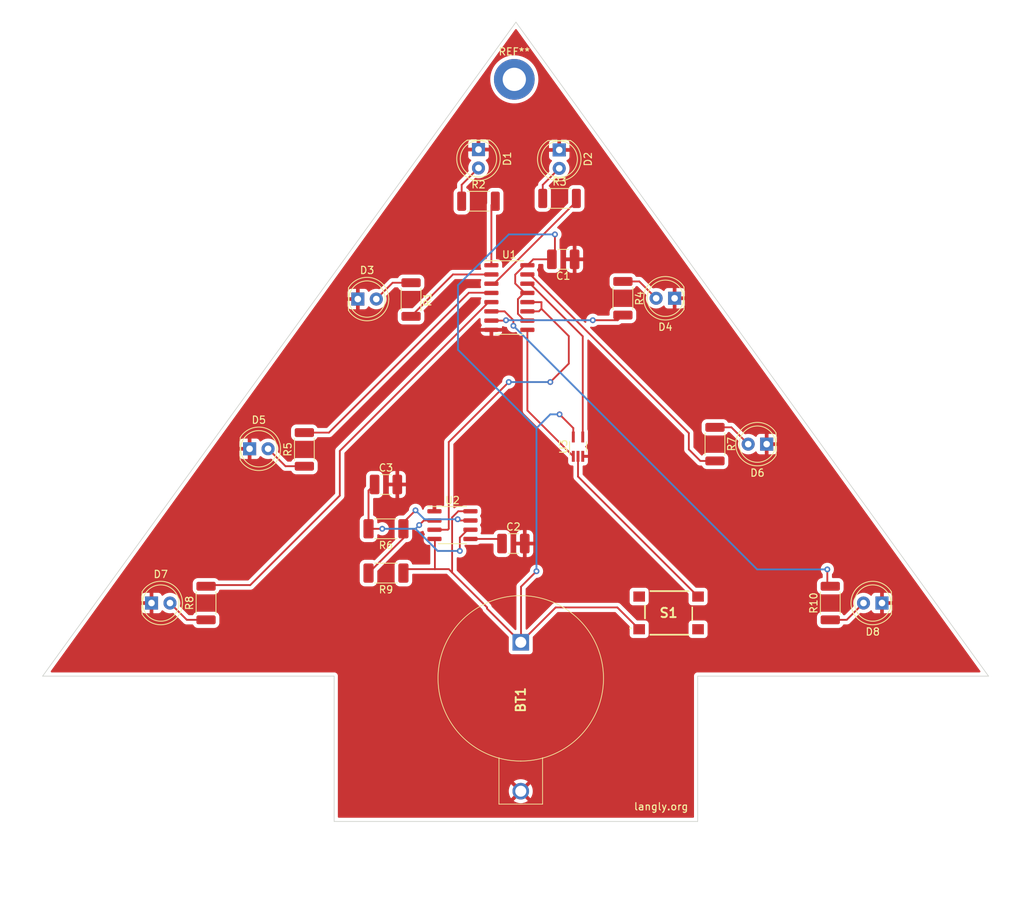
<source format=kicad_pcb>
(kicad_pcb (version 20211014) (generator pcbnew)
  (layers (0 "F.Cu" signal) (31 "B.Cu" signal) (34 "B.Paste" user) (35 "F.Paste" user) (36 "B.SilkS" user "B.Silkscreen") (37 "F.SilkS" user "F.Silkscreen") (38 "B.Mask" user) (39 "F.Mask" user) (44 "Edge.Cuts" user))
  (net 0 "")
  (net 1 "VCC")
  (net 2 "GND")
  (net 3 "Net-(C1-Pad1)")
  (net 4 "Net-(D1-Pad2)")
  (net 5 "Net-(D2-Pad2)")
  (net 6 "Net-(D3-Pad2)")
  (net 7 "Net-(D4-Pad2)")
  (net 8 "Net-(D5-Pad2)")
  (net 9 "Net-(D6-Pad2)")
  (net 10 "Net-(D7-Pad2)")
  (net 11 "Net-(D8-Pad2)")
  (net 12 "LED_A")
  (net 13 "LED_B")
  (net 14 "LED_C")
  (net 15 "LED_D")
  (net 16 "LED_E")
  (net 17 "LED_F")
  (net 18 "LED_G")
  (net 19 "LED_H")
  (net 20 "CLK")
  (net 21 "Net-(U1-Pad14)")
  (net 22 "Net-(U1-Pad9)")
  (net 25 "Net-(U3-Pad2)")
  (net 26 "Net-(U2-Pad2)")
  (net 27 "Net-(U2-Pad7)")
  (footprint "Package_TO_SOT_SMD:SOT-353_SC-70-5_Handsoldering" (layer "F.Cu") (at 167.24 98.622 90)
    (fp_text reference "U3" (at 0 -2 90) (layer "F.SilkS"))
    (fp_text value "74AHC1G32")
    (fp_line (start -0.7 1.16) (end 0.7 1.16) (layer "F.SilkS") (width 0.12))
    (fp_line (start 0.7 -1.16) (end -1.2 -1.16) (layer "F.SilkS") (width 0.12))
    (pad "1" smd rect (at -1.33 -0.65 90) (size 1.5 0.4) (layers "F.Cu" "F.Paste" "F.Mask") (net 22 "Net-(U1-Pad9)"))
    (pad "2" smd rect (at -1.33 0 90) (size 1.5 0.4) (layers "F.Cu" "F.Paste" "F.Mask") (net 25 "Net-(U3-Pad2)"))
    (pad "3" smd rect (at -1.33 0.65 90) (size 1.5 0.4) (layers "F.Cu" "F.Paste" "F.Mask") (net 2 "GND"))
    (pad "4" smd rect (at 1.33 0.65 90) (size 1.5 0.4) (layers "F.Cu" "F.Paste" "F.Mask") (net 21 "Net-(U1-Pad14)"))
    (pad "5" smd rect (at 1.33 -0.65 90) (size 1.5 0.4) (layers "F.Cu" "F.Paste" "F.Mask") (net 1 "VCC"))
  )
  (footprint "LED_THT:LED_D5.0mm_Clear" (layer "F.Cu") (at 180.525 78.2 180)
    (fp_text reference "D4" (at 1.27 -3.96) (layer "F.SilkS"))
    (fp_text value "LED")
    (fp_line (start -1.29 -1.545) (end -1.29 1.545) (layer "F.SilkS") (width 0.12))
    (fp_arc (start -1.29 -1.54483) (mid 2.072002 -2.880433) (end 4.26 0.000462) (layer "F.SilkS") (width 0.12))
    (fp_arc (start 4.26 -0.000462) (mid 2.072002 2.880433) (end -1.29 1.54483) (layer "F.SilkS") (width 0.12))
    (fp_circle (center 1.27 0) (end 3.77 0) (layer "F.SilkS") (width 0.12) (fill none))
    (pad "1" thru_hole rect (at 0 0 180) (size 1.8 1.8) (drill 0.9) (layers *.Cu *.Mask) (net 2 "GND"))
    (pad "2" thru_hole circle (at 2.54 0 180) (size 1.8 1.8) (drill 0.9) (layers *.Cu *.Mask) (net 11 "Net-(D8-Pad2)"))
  )
  (footprint "KiCad:101" (layer "F.Cu") (at 159.366 125.546 -90)
    (fp_text reference "BT1" (at 7.925 0 -90) (layer "F.SilkS") (effects (font (size 1.27 1.27) (thickness 0.254))))
    (fp_text value "Battery_Cell" hide)
    (fp_line (start 15.88 -3) (end 22.27 -3) (layer "F.SilkS") (width 0.1))
    (fp_line (start 22.27 -3) (end 22.27 3) (layer "F.SilkS") (width 0.1))
    (fp_line (start 22.27 3) (end 15.88 3) (layer "F.SilkS") (width 0.1))
    (fp_line (start 16.34 0) (end 16.34 0) (layer "F.SilkS") (width 0.1))
    (fp_line (start -6.42 0) (end -6.42 0) (layer "F.SilkS") (width 0.1))
    (fp_arc (start -6.42 0) (mid 4.96 -11.38) (end 16.34 0) (layer "F.SilkS") (width 0.1))
    (fp_arc (start 16.34 0) (mid 4.96 11.38) (end -6.42 0) (layer "F.SilkS") (width 0.1))
    (pad "1" thru_hole rect locked (at 0 0 270) (size 2.28 2.28) (drill 1.52) (layers *.Cu *.Mask) (net 1 "VCC"))
    (pad "2" thru_hole circle locked (at 20.49 0 270) (size 2.28 2.28) (drill 1.52) (layers *.Cu *.Mask) (net 2 "GND"))
  )
  (footprint "Capacitor_SMD:C_1210_3225Metric_Pad1.33x2.70mm_HandSolder" (layer "F.Cu") (at 140.824 103.829)
    (fp_text reference "C3" (at 0 -2.3) (layer "F.SilkS"))
    (fp_text value "C_Small")
    (fp_line (start -0.711252 -1.36) (end 0.711252 -1.36) (layer "F.SilkS") (width 0.12))
    (fp_line (start -0.711252 1.36) (end 0.711252 1.36) (layer "F.SilkS") (width 0.12))
    (pad "1" smd roundrect (at -1.5625 0) (size 1.325 2.7) (layers "F.Cu" "F.Paste" "F.Mask") (roundrect_rratio 0.1886792453) (net 26 "Net-(U2-Pad2)"))
    (pad "2" smd roundrect (at 1.5625 0) (size 1.325 2.7) (layers "F.Cu" "F.Paste" "F.Mask") (roundrect_rratio 0.1886792453) (net 2 "GND"))
  )
  (footprint "Capacitor_SMD:C_1210_3225Metric_Pad1.33x2.70mm_HandSolder" (layer "F.Cu") (at 158.35 111.957)
    (fp_text reference "C2" (at 0 -2.3) (layer "F.SilkS"))
    (fp_text value "0.1uf")
    (fp_line (start -0.711252 -1.36) (end 0.711252 -1.36) (layer "F.SilkS") (width 0.12))
    (fp_line (start -0.711252 1.36) (end 0.711252 1.36) (layer "F.SilkS") (width 0.12))
    (pad "1" smd roundrect (at -1.5625 0) (size 1.325 2.7) (layers "F.Cu" "F.Paste" "F.Mask") (roundrect_rratio 0.1886792453) (net 3 "Net-(C1-Pad1)"))
    (pad "2" smd roundrect (at 1.5625 0) (size 1.325 2.7) (layers "F.Cu" "F.Paste" "F.Mask") (roundrect_rratio 0.1886792453) (net 2 "GND"))
  )
  (footprint "Resistor_SMD:R_2010_5025Metric" (layer "F.Cu") (at 201.935 120.142 90)
    (fp_text reference "R10" (at 0 -2.28 90) (layer "F.SilkS"))
    (fp_text value "100")
    (fp_line (start -1.527064 1.36) (end 1.527064 1.36) (layer "F.SilkS") (width 0.12))
    (fp_line (start -1.527064 -1.36) (end 1.527064 -1.36) (layer "F.SilkS") (width 0.12))
    (pad "1" smd roundrect (at -2.3125 0 90) (size 1.225 2.65) (layers "F.Cu" "F.Paste" "F.Mask") (roundrect_rratio 0.2040816327) (net 10 "Net-(D7-Pad2)"))
    (pad "2" smd roundrect (at 2.3125 0 90) (size 1.225 2.65) (layers "F.Cu" "F.Paste" "F.Mask") (roundrect_rratio 0.2040816327) (net 18 "LED_G"))
  )
  (footprint "LOGO" (layer "F.Cu") (at 179.051 143.453)
    (fp_text reference "G***" hide)
    (fp_text value "LOGO" hide)
  )
  (footprint "LED_THT:LED_D5.0mm_Clear" (layer "F.Cu") (at 136.955 78.309)
    (fp_text reference "D3" (at 1.27 -3.96) (layer "F.SilkS"))
    (fp_text value "LED")
    (fp_line (start -1.29 -1.545) (end -1.29 1.545) (layer "F.SilkS") (width 0.12))
    (fp_arc (start 4.26 -0.000462) (mid 2.072002 2.880433) (end -1.29 1.54483) (layer "F.SilkS") (width 0.12))
    (fp_arc (start -1.29 -1.54483) (mid 2.072002 -2.880433) (end 4.26 0.000462) (layer "F.SilkS") (width 0.12))
    (fp_circle (center 1.27 0) (end 3.77 0) (layer "F.SilkS") (width 0.12) (fill none))
    (pad "1" thru_hole rect (at 0 0) (size 1.8 1.8) (drill 0.9) (layers *.Cu *.Mask) (net 2 "GND"))
    (pad "2" thru_hole circle (at 2.54 0) (size 1.8 1.8) (drill 0.9) (layers *.Cu *.Mask) (net 6 "Net-(D3-Pad2)"))
  )
  (footprint "LED_THT:LED_D5.0mm_Clear" (layer "F.Cu") (at 108.578 120.142)
    (fp_text reference "D7" (at 1.27 -3.96) (layer "F.SilkS"))
    (fp_text value "LED")
    (fp_line (start -1.29 -1.545) (end -1.29 1.545) (layer "F.SilkS") (width 0.12))
    (fp_arc (start -1.29 -1.54483) (mid 2.072002 -2.880433) (end 4.26 0.000462) (layer "F.SilkS") (width 0.12))
    (fp_arc (start 4.26 -0.000462) (mid 2.072002 2.880433) (end -1.29 1.54483) (layer "F.SilkS") (width 0.12))
    (fp_circle (center 1.27 0) (end 3.77 0) (layer "F.SilkS") (width 0.12) (fill none))
    (pad "1" thru_hole rect (at 0 0) (size 1.8 1.8) (drill 0.9) (layers *.Cu *.Mask) (net 2 "GND"))
    (pad "2" thru_hole circle (at 2.54 0) (size 1.8 1.8) (drill 0.9) (layers *.Cu *.Mask) (net 9 "Net-(D6-Pad2)"))
  )
  (footprint "LED_THT:LED_D5.0mm_Clear" (layer "F.Cu") (at 153.55 57.734 -90)
    (fp_text reference "D1" (at 1.27 -3.96 90) (layer "F.SilkS"))
    (fp_text value "LED")
    (fp_line (start -1.29 -1.545) (end -1.29 1.545) (layer "F.SilkS") (width 0.12))
    (fp_arc (start -1.29 -1.54483) (mid 2.072002 -2.880433) (end 4.26 0.000462) (layer "F.SilkS") (width 0.12))
    (fp_arc (start 4.26 -0.000462) (mid 2.072002 2.880433) (end -1.29 1.54483) (layer "F.SilkS") (width 0.12))
    (fp_circle (center 1.27 0) (end 3.77 0) (layer "F.SilkS") (width 0.12) (fill none))
    (pad "1" thru_hole rect (at 0 0 270) (size 1.8 1.8) (drill 0.9) (layers *.Cu *.Mask) (net 2 "GND"))
    (pad "2" thru_hole circle (at 2.54 0 270) (size 1.8 1.8) (drill 0.9) (layers *.Cu *.Mask) (net 5 "Net-(D2-Pad2)"))
  )
  (footprint "Package_SO:SOIC-16_3.9x9.9mm_P1.27mm" (layer "F.Cu") (at 157.8 78.1)
    (fp_text reference "U1" (at 0 -5.9) (layer "F.SilkS"))
    (fp_text value "SN74HCS594")
    (fp_line (start 0 -5.06) (end -3.45 -5.06) (layer "F.SilkS") (width 0.12))
    (fp_line (start 0 5.06) (end 1.95 5.06) (layer "F.SilkS") (width 0.12))
    (fp_line (start 0 -5.06) (end 1.95 -5.06) (layer "F.SilkS") (width 0.12))
    (fp_line (start 0 5.06) (end -1.95 5.06) (layer "F.SilkS") (width 0.12))
    (pad "1" smd roundrect (at -2.475 -4.445) (size 1.95 0.6) (layers "F.Cu" "F.Paste" "F.Mask") (net 13 "LED_B"))
    (pad "2" smd roundrect (at -2.475 -3.175) (size 1.95 0.6) (layers "F.Cu" "F.Paste" "F.Mask") (net 14 "LED_C"))
    (pad "3" smd roundrect (at -2.475 -1.905) (size 1.95 0.6) (layers "F.Cu" "F.Paste" "F.Mask") (net 15 "LED_D"))
    (pad "4" smd roundrect (at -2.475 -0.635) (size 1.95 0.6) (layers "F.Cu" "F.Paste" "F.Mask") (net 16 "LED_E"))
    (pad "5" smd roundrect (at -2.475 0.635) (size 1.95 0.6) (layers "F.Cu" "F.Paste" "F.Mask") (net 17 "LED_F"))
    (pad "6" smd roundrect (at -2.475 1.905) (size 1.95 0.6) (layers "F.Cu" "F.Paste" "F.Mask") (net 18 "LED_G"))
    (pad "7" smd roundrect (at -2.475 3.175) (size 1.95 0.6) (layers "F.Cu" "F.Paste" "F.Mask") (net 19 "LED_H"))
    (pad "8" smd roundrect (at -2.475 4.445) (size 1.95 0.6) (layers "F.Cu" "F.Paste" "F.Mask") (net 2 "GND"))
    (pad "9" smd roundrect (at 2.475 4.445) (size 1.95 0.6) (layers "F.Cu" "F.Paste" "F.Mask") (net 22 "Net-(U1-Pad9)"))
    (pad "10" smd roundrect (at 2.475 3.175) (size 1.95 0.6) (layers "F.Cu" "F.Paste" "F.Mask") (net 1 "VCC"))
    (pad "11" smd roundrect (at 2.475 1.905) (size 1.95 0.6) (layers "F.Cu" "F.Paste" "F.Mask") (net 20 "CLK"))
    (pad "12" smd roundrect (at 2.475 0.635) (size 1.95 0.6) (layers "F.Cu" "F.Paste" "F.Mask") (net 20 "CLK"))
    (pad "13" smd roundrect (at 2.475 -0.635) (size 1.95 0.6) (layers "F.Cu" "F.Paste" "F.Mask") (net 1 "VCC"))
    (pad "14" smd roundrect (at 2.475 -1.905) (size 1.95 0.6) (layers "F.Cu" "F.Paste" "F.Mask") (net 21 "Net-(U1-Pad14)"))
    (pad "15" smd roundrect (at 2.475 -3.175) (size 1.95 0.6) (layers "F.Cu" "F.Paste" "F.Mask") (net 12 "LED_A"))
    (pad "16" smd roundrect (at 2.475 -4.445) (size 1.95 0.6) (layers "F.Cu" "F.Paste" "F.Mask") (net 1 "VCC"))
  )
  (footprint "Resistor_SMD:R_2010_5025Metric_Pad1.40x2.65mm_HandSolder" (layer "F.Cu") (at 140.824 116.021 180)
    (fp_text reference "R9" (at 0 -2.28) (layer "F.SilkS"))
    (fp_text value "R_US")
    (fp_line (start -1.527064 -1.36) (end 1.527064 -1.36) (layer "F.SilkS") (width 0.12))
    (fp_line (start -1.527064 1.36) (end 1.527064 1.36) (layer "F.SilkS") (width 0.12))
    (pad "1" smd roundrect (at -2.4 0 180) (size 1.4 2.65) (layers "F.Cu" "F.Paste" "F.Mask") (roundrect_rratio 0.1785707143) (net 1 "VCC"))
    (pad "2" smd roundrect (at 2.4 0 180) (size 1.4 2.65) (layers "F.Cu" "F.Paste" "F.Mask") (roundrect_rratio 0.1785707143) (net 27 "Net-(U2-Pad7)"))
  )
  (footprint "Package_SO:SOIC-8_3.9x4.9mm_P1.27mm" (layer "F.Cu") (at 149.968 109.417)
    (fp_text reference "U2" (at 0 -3.4) (layer "F.SilkS"))
    (fp_text value "LM555xM")
    (fp_line (start 0 -2.56) (end -3.45 -2.56) (layer "F.SilkS") (width 0.12))
    (fp_line (start 0 -2.56) (end 1.95 -2.56) (layer "F.SilkS") (width 0.12))
    (fp_line (start 0 2.56) (end -1.95 2.56) (layer "F.SilkS") (width 0.12))
    (fp_line (start 0 2.56) (end 1.95 2.56) (layer "F.SilkS") (width 0.12))
    (pad "1" smd roundrect (at -2.475 -1.905) (size 1.95 0.6) (layers "F.Cu" "F.Paste" "F.Mask") (net 2 "GND"))
    (pad "2" smd roundrect (at -2.475 -0.635) (size 1.95 0.6) (layers "F.Cu" "F.Paste" "F.Mask") (net 26 "Net-(U2-Pad2)"))
    (pad "3" smd roundrect (at -2.475 0.635) (size 1.95 0.6) (layers "F.Cu" "F.Paste" "F.Mask") (net 20 "CLK"))
    (pad "4" smd roundrect (at -2.475 1.905) (size 1.95 0.6) (layers "F.Cu" "F.Paste" "F.Mask") (net 1 "VCC"))
    (pad "5" smd roundrect (at 2.475 1.905) (size 1.95 0.6) (layers "F.Cu" "F.Paste" "F.Mask") (net 3 "Net-(C1-Pad1)"))
    (pad "6" smd roundrect (at 2.475 0.635) (size 1.95 0.6) (layers "F.Cu" "F.Paste" "F.Mask") (net 26 "Net-(U2-Pad2)"))
    (pad "7" smd roundrect (at 2.475 -0.635) (size 1.95 0.6) (layers "F.Cu" "F.Paste" "F.Mask") (net 27 "Net-(U2-Pad7)"))
    (pad "8" smd roundrect (at 2.475 -1.905) (size 1.95 0.6) (layers "F.Cu" "F.Paste" "F.Mask") (net 1 "VCC"))
  )
  (footprint "Capacitor_SMD:C_1210_3225Metric_Pad1.33x2.70mm_HandSolder" (layer "F.Cu") (at 165.208 72.841 180)
    (fp_text reference "C1" (at 0 -2.3) (layer "F.SilkS"))
    (fp_text value "10nf")
    (fp_line (start -0.711252 -1.36) (end 0.711252 -1.36) (layer "F.SilkS") (width 0.12))
    (fp_line (start -0.711252 1.36) (end 0.711252 1.36) (layer "F.SilkS") (width 0.12))
    (pad "1" smd roundrect (at -1.5625 0 180) (size 1.325 2.7) (layers "F.Cu" "F.Paste" "F.Mask") (roundrect_rratio 0.1886792453) (net 2 "GND"))
    (pad "2" smd roundrect (at 1.5625 0 180) (size 1.325 2.7) (layers "F.Cu" "F.Paste" "F.Mask") (roundrect_rratio 0.1886792453) (net 1 "VCC"))
  )
  (footprint "Resistor_SMD:R_2010_5025Metric" (layer "F.Cu") (at 186.075 98.275 -90)
    (fp_text reference "R7" (at 0 -2.28 90) (layer "F.SilkS"))
    (fp_text value "100")
    (fp_line (start -1.527064 -1.36) (end 1.527064 -1.36) (layer "F.SilkS") (width 0.12))
    (fp_line (start -1.527064 1.36) (end 1.527064 1.36) (layer "F.SilkS") (width 0.12))
    (pad "1" smd roundrect (at -2.3125 0 270) (size 1.225 2.65) (layers "F.Cu" "F.Paste" "F.Mask") (roundrect_rratio 0.2040816327) (net 4 "Net-(D1-Pad2)"))
    (pad "2" smd roundrect (at 2.3125 0 270) (size 1.225 2.65) (layers "F.Cu" "F.Paste" "F.Mask") (roundrect_rratio 0.2040816327) (net 12 "LED_A"))
  )
  (footprint "Resistor_SMD:R_2010_5025Metric" (layer "F.Cu") (at 164.7 64.459)
    (fp_text reference "R3" (at 0 -2.28) (layer "F.SilkS"))
    (fp_text value "100")
    (fp_line (start -1.527064 -1.36) (end 1.527064 -1.36) (layer "F.SilkS") (width 0.12))
    (fp_line (start -1.527064 1.36) (end 1.527064 1.36) (layer "F.SilkS") (width 0.12))
    (pad "1" smd roundrect (at -2.3125 0) (size 1.225 2.65) (layers "F.Cu" "F.Paste" "F.Mask") (roundrect_rratio 0.2040816327) (net 7 "Net-(D4-Pad2)"))
    (pad "2" smd roundrect (at 2.3125 0) (size 1.225 2.65) (layers "F.Cu" "F.Paste" "F.Mask") (roundrect_rratio 0.2040816327) (net 15 "LED_D"))
  )
  (footprint "Resistor_SMD:R_2010_5025Metric" (layer "F.Cu") (at 116.078 120.142 90)
    (fp_text reference "R8" (at 0 -2.28 90) (layer "F.SilkS"))
    (fp_text value "100")
    (fp_line (start -1.527064 1.36) (end 1.527064 1.36) (layer "F.SilkS") (width 0.12))
    (fp_line (start -1.527064 -1.36) (end 1.527064 -1.36) (layer "F.SilkS") (width 0.12))
    (pad "1" smd roundrect (at -2.3125 0 90) (size 1.225 2.65) (layers "F.Cu" "F.Paste" "F.Mask") (roundrect_rratio 0.2040816327) (net 9 "Net-(D6-Pad2)"))
    (pad "2" smd roundrect (at 2.3125 0 90) (size 1.225 2.65) (layers "F.Cu" "F.Paste" "F.Mask") (roundrect_rratio 0.2040816327) (net 17 "LED_F"))
  )
  (footprint "LED_THT:LED_D5.0mm_Clear" (layer "F.Cu") (at 193.187 98.275 180)
    (fp_text reference "D6" (at 1.27 -3.96) (layer "F.SilkS"))
    (fp_text value "LED")
    (fp_line (start -1.29 -1.545) (end -1.29 1.545) (layer "F.SilkS") (width 0.12))
    (fp_arc (start -1.29 -1.54483) (mid 2.072002 -2.880433) (end 4.26 0.000462) (layer "F.SilkS") (width 0.12))
    (fp_arc (start 4.26 -0.000462) (mid 2.072002 2.880433) (end -1.29 1.54483) (layer "F.SilkS") (width 0.12))
    (fp_circle (center 1.27 0) (end 3.77 0) (layer "F.SilkS") (width 0.12) (fill none))
    (pad "1" thru_hole rect (at 0 0 180) (size 1.8 1.8) (drill 0.9) (layers *.Cu *.Mask) (net 2 "GND"))
    (pad "2" thru_hole circle (at 2.54 0 180) (size 1.8 1.8) (drill 0.9) (layers *.Cu *.Mask) (net 4 "Net-(D1-Pad2)"))
  )
  (footprint "Resistor_SMD:R_2010_5025Metric" (layer "F.Cu") (at 129.6 99 90)
    (fp_text reference "R5" (at 0 -2.28 90) (layer "F.SilkS"))
    (fp_text value "100")
    (fp_line (start -1.527064 -1.36) (end 1.527064 -1.36) (layer "F.SilkS") (width 0.12))
    (fp_line (start -1.527064 1.36) (end 1.527064 1.36) (layer "F.SilkS") (width 0.12))
    (pad "1" smd roundrect (at -2.3125 0 90) (size 1.225 2.65) (layers "F.Cu" "F.Paste" "F.Mask") (roundrect_rratio 0.2040816327) (net 8 "Net-(D5-Pad2)"))
    (pad "2" smd roundrect (at 2.3125 0 90) (size 1.225 2.65) (layers "F.Cu" "F.Paste" "F.Mask") (roundrect_rratio 0.2040816327) (net 16 "LED_E"))
  )
  (footprint "MountingHole:MountingHole_3.2mm_M3_DIN965_Pad" (layer "F.Cu") (at 158.477 48.076)
    (fp_text reference "REF**" (at 0 -3.8) (layer "F.SilkS"))
    (fp_text value "MountingHole_3.2mm_M3_DIN965_Pad")
    (pad "1" thru_hole circle (at 0 0) (size 5.6 5.6) (drill 3.2) (layers *.Cu *.Mask))
  )
  (footprint "Resistor_SMD:R_2010_5025Metric" (layer "F.Cu") (at 144.275 78.375 -90)
    (fp_text reference "R1" (at 0 -2.28 90) (layer "F.SilkS"))
    (fp_text value "100")
    (fp_line (start -1.527064 -1.36) (end 1.527064 -1.36) (layer "F.SilkS") (width 0.12))
    (fp_line (start -1.527064 1.36) (end 1.527064 1.36) (layer "F.SilkS") (width 0.12))
    (pad "1" smd roundrect (at -2.3125 0 270) (size 1.225 2.65) (layers "F.Cu" "F.Paste" "F.Mask") (roundrect_rratio 0.2040816327) (net 6 "Net-(D3-Pad2)"))
    (pad "2" smd roundrect (at 2.3125 0 270) (size 1.225 2.65) (layers "F.Cu" "F.Paste" "F.Mask") (roundrect_rratio 0.2040816327) (net 14 "LED_C"))
  )
  (footprint "Switch:EVPBT4A4A000" (layer "F.Cu") (at 179.7 121.5)
    (fp_text reference "S1" (at 0 0) (layer "F.SilkS") (effects (font (size 1.27 1.27) (thickness 0.254))))
    (fp_text value "EVP-BT4A4A000" hide)
    (fp_line (start 3.25 -0.75) (end 3.25 1) (layer "F.SilkS") (width 0.2))
    (fp_line (start -2.5 -3) (end -2.5 -3) (layer "F.SilkS") (width 0.2))
    (fp_line (start 2.75 -3) (end 2.75 -3) (layer "F.SilkS") (width 0.2))
    (fp_line (start 2.75 -3) (end -2.5 -3) (layer "F.SilkS") (width 0.2))
    (fp_line (start -2.5 3) (end 2.75 3) (layer "F.SilkS") (width 0.2))
    (fp_line (start -3.25 0.75) (end -3.25 -1) (layer "F.SilkS") (width 0.2))
    (fp_line (start -3.25 -1) (end -3.25 -1) (layer "F.SilkS") (width 0.2))
    (fp_line (start -3.25 0.75) (end -3.25 0.75) (layer "F.SilkS") (width 0.2))
    (fp_line (start 3.25 1) (end 3.25 -0.75) (layer "F.SilkS") (width 0.2))
    (fp_line (start -2.5 -3) (end 2.75 -3) (layer "F.SilkS") (width 0.2))
    (fp_line (start 2.75 3) (end -2.5 3) (layer "F.SilkS") (width 0.2))
    (fp_line (start -5.3 2.1) (end -5.3 2.1) (layer "F.SilkS") (width 0.2))
    (fp_line (start -2.5 3) (end -2.5 3) (layer "F.SilkS") (width 0.2))
    (fp_line (start 2.75 3) (end 2.75 3) (layer "F.SilkS") (width 0.2))
    (fp_line (start 3.25 1) (end 3.25 1) (layer "F.SilkS") (width 0.2))
    (fp_line (start -5.2 2.1) (end -5.2 2.1) (layer "F.SilkS") (width 0.2))
    (fp_line (start 3.25 -0.75) (end 3.25 -0.75) (layer "F.SilkS") (width 0.2))
    (fp_line (start -3.25 -1) (end -3.25 0.75) (layer "F.SilkS") (width 0.2))
    (fp_line (start -5.3 2.1) (end -5.3 2.1) (layer "F.SilkS") (width 0.2))
    (fp_arc (start -5.2 2.1) (mid -5.25 2.15) (end -5.3 2.1) (layer "F.SilkS") (width 0.2))
    (fp_arc (start -5.3 2.1) (mid -5.25 2.05) (end -5.2 2.1) (layer "F.SilkS") (width 0.2))
    (fp_arc (start -5.2 2.1) (mid -5.25 2.15) (end -5.3 2.1) (layer "F.SilkS") (width 0.2))
    (pad "A1" smd rect locked (at -4.05 2.25 90) (size 1.4 1.6) (layers "F.Cu" "F.Paste" "F.Mask") (net 1 "VCC"))
    (pad "A2" smd rect locked (at 4.05 2.25 90) (size 1.4 1.6) (layers "F.Cu" "F.Paste" "F.Mask"))
    (pad "B1" smd rect locked (at -4.05 -2.25 90) (size 1.4 1.6) (layers "F.Cu" "F.Paste" "F.Mask"))
    (pad "B2" smd rect locked (at 4.05 -2.25 90) (size 1.4 1.6) (layers "F.Cu" "F.Paste" "F.Mask") (net 25 "Net-(U3-Pad2)"))
  )
  (footprint "Resistor_SMD:R_2010_5025Metric" (layer "F.Cu") (at 173.413 78.2 -90)
    (fp_text reference "R4" (at 0 -2.28 90) (layer "F.SilkS"))
    (fp_text value "100")
    (fp_line (start -1.527064 -1.36) (end 1.527064 -1.36) (layer "F.SilkS") (width 0.12))
    (fp_line (start -1.527064 1.36) (end 1.527064 1.36) (layer "F.SilkS") (width 0.12))
    (pad "1" smd roundrect (at -2.3125 0 270) (size 1.225 2.65) (layers "F.Cu" "F.Paste" "F.Mask") (roundrect_rratio 0.2040816327) (net 11 "Net-(D8-Pad2)"))
    (pad "2" smd roundrect (at 2.3125 0 270) (size 1.225 2.65) (layers "F.Cu" "F.Paste" "F.Mask") (roundrect_rratio 0.2040816327) (net 19 "LED_H"))
  )
  (footprint "Resistor_SMD:R_2010_5025Metric" (layer "F.Cu") (at 153.55 64.846)
    (fp_text reference "R2" (at 0 -2.28) (layer "F.SilkS"))
    (fp_text value "100")
    (fp_line (start -1.527064 -1.36) (end 1.527064 -1.36) (layer "F.SilkS") (width 0.12))
    (fp_line (start -1.527064 1.36) (end 1.527064 1.36) (layer "F.SilkS") (width 0.12))
    (pad "1" smd roundrect (at -2.3125 0) (size 1.225 2.65) (layers "F.Cu" "F.Paste" "F.Mask") (roundrect_rratio 0.2040816327) (net 5 "Net-(D2-Pad2)"))
    (pad "2" smd roundrect (at 2.3125 0) (size 1.225 2.65) (layers "F.Cu" "F.Paste" "F.Mask") (roundrect_rratio 0.2040816327) (net 13 "LED_B"))
  )
  (footprint "Resistor_SMD:R_2010_5025Metric_Pad1.40x2.65mm_HandSolder" (layer "F.Cu") (at 140.824 109.925 180)
    (fp_text reference "R6" (at 0 -2.28) (layer "F.SilkS"))
    (fp_text value "R_US")
    (fp_line (start -1.527064 -1.36) (end 1.527064 -1.36) (layer "F.SilkS") (width 0.12))
    (fp_line (start -1.527064 1.36) (end 1.527064 1.36) (layer "F.SilkS") (width 0.12))
    (pad "1" smd roundrect (at -2.4 0 180) (size 1.4 2.65) (layers "F.Cu" "F.Paste" "F.Mask") (roundrect_rratio 0.1785707143) (net 27 "Net-(U2-Pad7)"))
    (pad "2" smd roundrect (at 2.4 0 180) (size 1.4 2.65) (layers "F.Cu" "F.Paste" "F.Mask") (roundrect_rratio 0.1785707143) (net 26 "Net-(U2-Pad2)"))
  )
  (footprint "LED_THT:LED_D5.0mm_Clear" (layer "F.Cu") (at 209.047 120.142 180)
    (fp_text reference "D8" (at 1.27 -3.96) (layer "F.SilkS"))
    (fp_text value "LED")
    (fp_line (start -1.29 -1.545) (end -1.29 1.545) (layer "F.SilkS") (width 0.12))
    (fp_arc (start -1.29 -1.54483) (mid 2.072002 -2.880433) (end 4.26 0.000462) (layer "F.SilkS") (width 0.12))
    (fp_arc (start 4.26 -0.000462) (mid 2.072002 2.880433) (end -1.29 1.54483) (layer "F.SilkS") (width 0.12))
    (fp_circle (center 1.27 0) (end 3.77 0) (layer "F.SilkS") (width 0.12) (fill none))
    (pad "1" thru_hole rect (at 0 0 180) (size 1.8 1.8) (drill 0.9) (layers *.Cu *.Mask) (net 2 "GND"))
    (pad "2" thru_hole circle (at 2.54 0 180) (size 1.8 1.8) (drill 0.9) (layers *.Cu *.Mask) (net 10 "Net-(D7-Pad2)"))
  )
  (footprint "LED_THT:LED_D5.0mm_Clear" (layer "F.Cu") (at 164.658 57.786 -90)
    (fp_text reference "D2" (at 1.27 -3.96 -270) (layer "F.SilkS"))
    (fp_text value "LED")
    (fp_line (start -1.29 -1.545) (end -1.29 1.545) (layer "F.SilkS") (width 0.12))
    (fp_arc (start -1.29 -1.54483) (mid 2.072002 -2.880433) (end 4.26 0.000462) (layer "F.SilkS") (width 0.12))
    (fp_arc (start 4.26 -0.000462) (mid 2.072002 2.880433) (end -1.29 1.54483) (layer "F.SilkS") (width 0.12))
    (fp_circle (center 1.27 0) (end 3.77 0) (layer "F.SilkS") (width 0.12) (fill none))
    (pad "1" thru_hole rect (at 0 0 270) (size 1.8 1.8) (drill 0.9) (layers *.Cu *.Mask) (net 2 "GND"))
    (pad "2" thru_hole circle (at 2.54 0 270) (size 1.8 1.8) (drill 0.9) (layers *.Cu *.Mask) (net 7 "Net-(D4-Pad2)"))
  )
  (footprint "LED_THT:LED_D5.0mm_Clear" (layer "F.Cu") (at 122.068 98.916)
    (fp_text reference "D5" (at 1.27 -3.96) (layer "F.SilkS"))
    (fp_text value "LED")
    (fp_line (start -1.29 -1.545) (end -1.29 1.545) (layer "F.SilkS") (width 0.12))
    (fp_arc (start -1.29 -1.54483) (mid 2.072002 -2.880433) (end 4.26 0.000462) (layer "F.SilkS") (width 0.12))
    (fp_arc (start 4.26 -0.000462) (mid 2.072002 2.880433) (end -1.29 1.54483) (layer "F.SilkS") (width 0.12))
    (fp_circle (center 1.27 0) (end 3.77 0) (layer "F.SilkS") (width 0.12) (fill none))
    (pad "1" thru_hole rect (at 0 0) (size 1.8 1.8) (drill 0.9) (layers *.Cu *.Mask) (net 2 "GND"))
    (pad "2" thru_hole circle (at 2.54 0) (size 1.8 1.8) (drill 0.9) (layers *.Cu *.Mask) (net 8 "Net-(D5-Pad2)"))
  )
  (gr_line (start 133.7 150.2) (end 133.7 130.2) (layer "Edge.Cuts") (width 0.1))
  (gr_line (start 133.7 130.2) (end 93.6 130.2) (layer "Edge.Cuts") (width 0.1))
  (gr_line (start 183.7 150.2) (end 183.7 130.2) (layer "Edge.Cuts") (width 0.1))
  (gr_line (start 183.7 130.2) (end 223.7 130.2) (layer "Edge.Cuts") (width 0.1))
  (gr_line (start 158.7 150.2) (end 183.7 150.2) (layer "Edge.Cuts") (width 0.1))
  (gr_line (start 93.6 130.2) (end 158.7 40.2) (layer "Edge.Cuts") (width 0.1))
  (gr_line (start 158.7 150.2) (end 133.7 150.2) (layer "Edge.Cuts") (width 0.1))
  (gr_line (start 158.7 40.2) (end 223.7 130.2) (layer "Edge.Cuts") (width 0.1))
  (gr_text "langly.org" (at 178.67 148.152) (layer "F.SilkS") (effects (font (size 1 1))))
  (segment (start 147.555 115.4745) (end 147.555 111.384) (width 0.25) (layer "F.Cu") (net 1))
  (segment (start 147.555 115.4745) (end 143.7705 115.4745) (width 0.25) (layer "F.Cu") (net 1))
  (segment (start 143.7705 115.4745) (end 143.224 116.021) (width 0.25) (layer "F.Cu") (net 1))
  (segment (start 149.46 115.4745) (end 147.555 115.4745) (width 0.25) (layer "F.Cu") (net 1))
  (segment (start 164.164416 120.747584) (end 172.647584 120.747584) (width 0.25) (layer "F.Cu") (net 1))
  (segment (start 150.7685 107.512) (end 152.443 107.512) (width 0.25) (layer "F.Cu") (net 1))
  (segment (start 158.97548 78.31152) (end 159.822 77.465) (width 0.25) (layer "F.Cu") (net 1))
  (segment (start 163.6455 72.841) (end 161.089 72.841) (width 0.25) (layer "F.Cu") (net 1))
  (segment (start 164.7 94.177) (end 166.59 96.067) (width 0.25) (layer "F.Cu") (net 1))
  (segment (start 158.97548 80.351552) (end 158.97548 78.31152) (width 0.25) (layer "F.Cu") (net 1))
  (segment (start 160.275 81.275) (end 160.275 81.457) (width 0.25) (layer "F.Cu") (net 1))
  (segment (start 159.822 77.465) (end 160.275 77.465) (width 0.25) (layer "F.Cu") (net 1))
  (segment (start 149.92375 115.93825) (end 149.46 115.4745) (width 0.25) (layer "F.Cu") (net 1))
  (segment (start 154.733084 120.913084) (end 154.733084 120.747584) (width 0.25) (layer "F.Cu") (net 1))
  (segment (start 158.604 74.949928) (end 158.604 76.170072) (width 0.25) (layer "F.Cu") (net 1))
  (segment (start 149.92375 108.35675) (end 150.7685 107.512) (width 0.25) (layer "F.Cu") (net 1))
  (segment (start 159.4 117.892) (end 161.525 115.767) (width 0.25) (layer "F.Cu") (net 1))
  (segment (start 154.733084 120.747584) (end 149.92375 115.93825) (width 0.25) (layer "F.Cu") (net 1))
  (segment (start 159.898928 73.655) (end 158.604 74.949928) (width 0.25) (layer "F.Cu") (net 1))
  (segment (start 149.92375 115.93825) (end 149.92375 108.35675) (width 0.25) (layer "F.Cu") (net 1))
  (segment (start 159.366 125.546) (end 154.733084 120.913084) (width 0.25) (layer "F.Cu") (net 1))
  (segment (start 158.604 76.170072) (end 159.898928 77.465) (width 0.25) (layer "F.Cu") (net 1))
  (segment (start 160.275 81.457) (end 160.080928 81.457) (width 0.25) (layer "F.Cu") (net 1))
  (segment (start 160.080928 81.457) (end 158.97548 80.351552) (width 0.25) (layer "F.Cu") (net 1))
  (segment (start 159.4 125.512) (end 159.4 117.892) (width 0.25) (layer "F.Cu") (net 1))
  (segment (start 159.366 125.546) (end 159.4 125.512) (width 0.25) (layer "F.Cu") (net 1))
  (segment (start 166.59 96.067) (end 166.59 97.292) (width 0.25) (layer "F.Cu") (net 1))
  (segment (start 160.275 73.655) (end 159.898928 73.655) (width 0.25) (layer "F.Cu") (net 1))
  (segment (start 159.898928 77.465) (end 160.275 77.465) (width 0.25) (layer "F.Cu") (net 1))
  (segment (start 172.647584 120.747584) (end 175.65 123.75) (width 0.25) (layer "F.Cu") (net 1))
  (segment (start 161.089 72.841) (end 160.275 73.655) (width 0.25) (layer "F.Cu") (net 1))
  (segment (start 164.065 69.412) (end 164.065 72.4215) (width 0.25) (layer "F.Cu") (net 1))
  (segment (start 164.065 72.4215) (end 163.6455 72.841) (width 0.25) (layer "F.Cu") (net 1))
  (segment (start 159.366 125.546) (end 164.164416 120.747584) (width 0.25) (layer "F.Cu") (net 1))
  (segment (start 147.555 111.384) (end 147.493 111.322) (width 0.25) (layer "F.Cu") (net 1))
  (via (at 164.065 69.412) (size 0.8) (drill 0.4) (layers "F.Cu" "B.Cu") (net 1))
  (via (at 164.7 94.177) (size 0.8) (drill 0.4) (layers "F.Cu" "B.Cu") (net 1))
  (via (at 161.525 115.767) (size 0.8) (drill 0.4) (layers "F.Cu" "B.Cu") (net 1))
  (segment (start 161.525 96.082) (end 163.43 94.177) (width 0.25) (layer "B.Cu") (net 1))
  (segment (start 150.73 76.397) (end 157.715 69.412) (width 0.25) (layer "B.Cu") (net 1))
  (segment (start 163.43 94.177) (end 164.7 94.177) (width 0.25) (layer "B.Cu") (net 1))
  (segment (start 150.73 85.287) (end 150.73 76.397) (width 0.25) (layer "B.Cu") (net 1))
  (segment (start 157.715 69.412) (end 164.065 69.412) (width 0.25) (layer "B.Cu") (net 1))
  (segment (start 161.525 115.767) (end 161.525 96.082) (width 0.25) (layer "B.Cu") (net 1))
  (segment (start 161.525 96.082) (end 150.73 85.287) (width 0.25) (layer "B.Cu") (net 1))
  (segment (start 152.443 111.322) (end 156.1525 111.322) (width 0.25) (layer "F.Cu") (net 3))
  (segment (start 156.1525 111.322) (end 156.7875 111.957) (width 0.25) (layer "F.Cu") (net 3))
  (segment (start 188.3345 95.9625) (end 190.647 98.275) (width 0.25) (layer "F.Cu") (net 4))
  (segment (start 186.075 95.9625) (end 188.3345 95.9625) (width 0.25) (layer "F.Cu") (net 4))
  (segment (start 151.2375 64.846) (end 151.2375 62.5865) (width 0.25) (layer "F.Cu") (net 5))
  (segment (start 151.2375 62.5865) (end 153.55 60.274) (width 0.25) (layer "F.Cu") (net 5))
  (segment (start 144.275 76.0625) (end 141.7415 76.0625) (width 0.25) (layer "F.Cu") (net 6))
  (segment (start 141.7415 76.0625) (end 139.495 78.309) (width 0.25) (layer "F.Cu") (net 6))
  (segment (start 162.3875 62.5965) (end 164.658 60.326) (width 0.25) (layer "F.Cu") (net 7))
  (segment (start 162.3875 64.459) (end 162.3875 62.5965) (width 0.25) (layer "F.Cu") (net 7))
  (segment (start 129.6 101.3125) (end 127.0045 101.3125) (width 0.25) (layer "F.Cu") (net 8))
  (segment (start 127.0045 101.3125) (end 124.608 98.916) (width 0.25) (layer "F.Cu") (net 8))
  (segment (start 116.078 122.4545) (end 113.4305 122.4545) (width 0.25) (layer "F.Cu") (net 9))
  (segment (start 113.4305 122.4545) (end 111.118 120.142) (width 0.25) (layer "F.Cu") (net 9))
  (segment (start 204.1945 122.4545) (end 206.507 120.142) (width 0.25) (layer "F.Cu") (net 10))
  (segment (start 201.935 122.4545) (end 204.1945 122.4545) (width 0.25) (layer "F.Cu") (net 10))
  (segment (start 173.413 75.8875) (end 175.6725 75.8875) (width 0.25) (layer "F.Cu") (net 11))
  (segment (start 175.6725 75.8875) (end 177.985 78.2) (width 0.25) (layer "F.Cu") (net 11))
  (segment (start 182.48 99.003) (end 184.0645 100.5875) (width 0.25) (layer "F.Cu") (net 12))
  (segment (start 160.651072 74.925) (end 182.48 96.753928) (width 0.25) (layer "F.Cu") (net 12))
  (segment (start 184.0645 100.5875) (end 186.075 100.5875) (width 0.25) (layer "F.Cu") (net 12))
  (segment (start 182.48 96.753928) (end 182.48 99.003) (width 0.25) (layer "F.Cu") (net 12))
  (segment (start 160.275 74.925) (end 160.651072 74.925) (width 0.25) (layer "F.Cu") (net 12))
  (segment (start 155.325 65.3835) (end 155.8625 64.846) (width 0.25) (layer "F.Cu") (net 13))
  (segment (start 155.325 73.655) (end 155.325 65.3835) (width 0.25) (layer "F.Cu") (net 13))
  (segment (start 150.0375 74.925) (end 144.275 80.6875) (width 0.25) (layer "F.Cu") (net 14))
  (segment (start 155.325 74.925) (end 150.0375 74.925) (width 0.25) (layer "F.Cu") (net 14))
  (segment (start 155.325 76.195) (end 155.701072 76.195) (width 0.25) (layer "F.Cu") (net 15))
  (segment (start 167.0125 64.883572) (end 167.0125 64.459) (width 0.25) (layer "F.Cu") (net 15))
  (segment (start 155.701072 76.195) (end 167.0125 64.883572) (width 0.25) (layer "F.Cu") (net 15))
  (segment (start 155.325 77.465) (end 155.325 77.436) (width 0.25) (layer "F.Cu") (net 16))
  (segment (start 132.9795 96.6875) (end 129.6 96.6875) (width 0.25) (layer "F.Cu") (net 16))
  (segment (start 152.231 77.436) (end 132.9795 96.6875) (width 0.25) (layer "F.Cu") (net 16))
  (segment (start 155.325 77.436) (end 152.231 77.436) (width 0.25) (layer "F.Cu") (net 16))
  (segment (start 116.078 117.605928) (end 116.078 117.8295) (width 0.25) (layer "F.Cu") (net 17))
  (segment (start 134.474 99.209928) (end 134.474 105.353) (width 0.25) (layer "F.Cu") (net 17))
  (segment (start 122.155 117.672) (end 116.2355 117.672) (width 0.25) (layer "F.Cu") (net 17))
  (segment (start 134.474 105.353) (end 122.155 117.672) (width 0.25) (layer "F.Cu") (net 17))
  (segment (start 116.2355 117.672) (end 116.078 117.8295) (width 0.25) (layer "F.Cu") (net 17))
  (segment (start 155.325 78.735) (end 154.948928 78.735) (width 0.25) (layer "F.Cu") (net 17))
  (segment (start 154.948928 78.735) (end 134.474 99.209928) (width 0.25) (layer "F.Cu") (net 17))
  (segment (start 155.325 80.005) (end 157.140614 80.005) (width 0.25) (layer "F.Cu") (net 18))
  (segment (start 201.53 115.513) (end 201.53 117.4245) (width 0.25) (layer "F.Cu") (net 18))
  (segment (start 157.140614 80.005) (end 158.35 81.214386) (width 0.25) (layer "F.Cu") (net 18))
  (segment (start 158.35 81.214386) (end 158.35 81.985) (width 0.25) (layer "F.Cu") (net 18))
  (segment (start 201.53 117.4245) (end 201.935 117.8295) (width 0.25) (layer "F.Cu") (net 18))
  (via (at 158.35 81.985) (size 0.8) (drill 0.4) (layers "F.Cu" "B.Cu") (net 18))
  (via (at 201.53 115.513) (size 0.8) (drill 0.4) (layers "F.Cu" "B.Cu") (net 18))
  (segment (start 191.878 115.513) (end 201.53 115.513) (width 0.25) (layer "B.Cu") (net 18))
  (segment (start 158.35 81.985) (end 191.878 115.513) (width 0.25) (layer "B.Cu") (net 18))
  (segment (start 169.272 81.223) (end 172.7025 81.223) (width 0.25) (layer "F.Cu") (net 19))
  (segment (start 157.282 81.275) (end 157.334 81.223) (width 0.25) (layer "F.Cu") (net 19))
  (segment (start 155.325 81.275) (end 157.282 81.275) (width 0.25) (layer "F.Cu") (net 19))
  (segment (start 172.7025 81.223) (end 173.413 80.5125) (width 0.25) (layer "F.Cu") (net 19))
  (via (at 169.272 81.223) (size 0.8) (drill 0.4) (layers "F.Cu" "B.Cu") (net 19))
  (via (at 157.334 81.223) (size 0.8) (drill 0.4) (layers "F.Cu" "B.Cu") (net 19))
  (segment (start 157.334 81.223) (end 169.272 81.223) (width 0.25) (layer "B.Cu") (net 19))
  (segment (start 165.97 87.192) (end 165.97 83.405) (width 0.25) (layer "F.Cu") (net 20))
  (segment (start 149.46 97.987) (end 157.715 89.732) (width 0.25) (layer "F.Cu") (net 20))
  (segment (start 165.97 83.405) (end 162.212 79.647) (width 0.25) (layer "F.Cu") (net 20))
  (segment (start 163.43 89.732) (end 165.97 87.192) (width 0.25) (layer "F.Cu") (net 20))
  (segment (start 149.46 109.925) (end 149.46 97.987) (width 0.25) (layer "F.Cu") (net 20))
  (segment (start 162.212 79.647) (end 161.854 80.005) (width 0.25) (layer "F.Cu") (net 20))
  (segment (start 160.275 78.735) (end 162.212 78.735) (width 0.25) (layer "F.Cu") (net 20))
  (segment (start 162.212 78.735) (end 162.212 79.647) (width 0.25) (layer "F.Cu") (net 20))
  (segment (start 161.854 80.005) (end 160.275 80.005) (width 0.25) (layer "F.Cu") (net 20))
  (segment (start 147.493 110.052) (end 149.333 110.052) (width 0.25) (layer "F.Cu") (net 20))
  (segment (start 149.333 110.052) (end 149.46 109.925) (width 0.25) (layer "F.Cu") (net 20))
  (via (at 157.715 89.732) (size 0.8) (drill 0.4) (layers "F.Cu" "B.Cu") (net 20))
  (via (at 163.43 89.732) (size 0.8) (drill 0.4) (layers "F.Cu" "B.Cu") (net 20))
  (segment (start 157.715 89.732) (end 163.43 89.732) (width 0.25) (layer "B.Cu") (net 20))
  (segment (start 160.651072 76.195) (end 167.89 83.433928) (width 0.25) (layer "F.Cu") (net 21))
  (segment (start 160.275 76.195) (end 160.651072 76.195) (width 0.25) (layer "F.Cu") (net 21))
  (segment (start 167.89 83.433928) (end 167.89 97.292) (width 0.25) (layer "F.Cu") (net 21))
  (segment (start 160.275 93.637) (end 166.59 99.952) (width 0.25) (layer "F.Cu") (net 22))
  (segment (start 160.275 82.545) (end 160.275 93.637) (width 0.25) (layer "F.Cu") (net 22))
  (segment (start 183.75 119.25) (end 167.24 102.74) (width 0.25) (layer "F.Cu") (net 25))
  (segment (start 167.24 102.74) (end 167.24 99.952) (width 0.25) (layer "F.Cu") (net 25))
  (segment (start 152.066928 110.052) (end 150.984 111.134928) (width 0.25) (layer "F.Cu") (net 26))
  (segment (start 152.443 110.052) (end 152.066928 110.052) (width 0.25) (layer "F.Cu") (net 26))
  (segment (start 138.424 104.6665) (end 139.2615 103.829) (width 0.25) (layer "F.Cu") (net 26))
  (segment (start 140.316 109.925) (end 138.424 109.925) (width 0.25) (layer "F.Cu") (net 26))
  (segment (start 145.396 109.417) (end 146.031 108.782) (width 0.25) (layer "F.Cu") (net 26))
  (segment (start 146.031 108.782) (end 147.493 108.782) (width 0.25) (layer "F.Cu") (net 26))
  (segment (start 150.984 111.134928) (end 150.984 112.973) (width 0.25) (layer "F.Cu") (net 26))
  (segment (start 138.424 109.925) (end 138.424 104.6665) (width 0.25) (layer "F.Cu") (net 26))
  (via (at 150.984 112.973) (size 0.8) (drill 0.4) (layers "F.Cu" "B.Cu") (net 26))
  (via (at 140.316 109.925) (size 0.8) (drill 0.4) (layers "F.Cu" "B.Cu") (net 26))
  (via (at 145.396 109.417) (size 0.8) (drill 0.4) (layers "F.Cu" "B.Cu") (net 26))
  (segment (start 145.396 109.417) (end 144.888 109.925) (width 0.25) (layer "B.Cu") (net 26))
  (segment (start 150.984 112.973) (end 147.936 112.973) (width 0.25) (layer "B.Cu") (net 26))
  (segment (start 147.936 112.973) (end 144.888 109.925) (width 0.25) (layer "B.Cu") (net 26))
  (segment (start 144.888 109.925) (end 140.316 109.925) (width 0.25) (layer "B.Cu") (net 26))
  (segment (start 151.111 108.782) (end 150.857 108.782) (width 0.25) (layer "F.Cu") (net 27))
  (segment (start 144.888 107.385) (end 143.224 109.049) (width 0.25) (layer "F.Cu") (net 27))
  (segment (start 143.224 111.221) (end 138.424 116.021) (width 0.25) (layer "F.Cu") (net 27))
  (segment (start 143.224 109.925) (end 143.224 111.221) (width 0.25) (layer "F.Cu") (net 27))
  (segment (start 143.224 109.049) (end 143.224 109.925) (width 0.25) (layer "F.Cu") (net 27))
  (segment (start 150.857 108.782) (end 150.690049 108.615049) (width 0.25) (layer "F.Cu") (net 27))
  (segment (start 152.443 108.782) (end 151.111 108.782) (width 0.25) (layer "F.Cu") (net 27))
  (via (at 144.888 107.385) (size 0.8) (drill 0.4) (layers "F.Cu" "B.Cu") (net 27))
  (via (at 150.690049 108.615049) (size 0.8) (drill 0.4) (layers "F.Cu" "B.Cu") (net 27))
  (segment (start 146.118049 108.615049) (end 144.888 107.385) (width 0.25) (layer "B.Cu") (net 27))
  (segment (start 150.690049 108.615049) (end 146.118049 108.615049) (width 0.25) (layer "B.Cu") (net 27))
  (zone (net 2) (net_name "GND") (layer "F.Cu") (connect_pads (clearance 0.508)) (min_thickness 0.254) (fill yes (thermal_gap 0.508) (thermal_bridge_width 0.508))
    (polygon (pts (xy 228.581 162.63) (xy 87.738 162.63) (xy 87.738 37.154) (xy 228.581 37.154)))
  )
)
</source>
